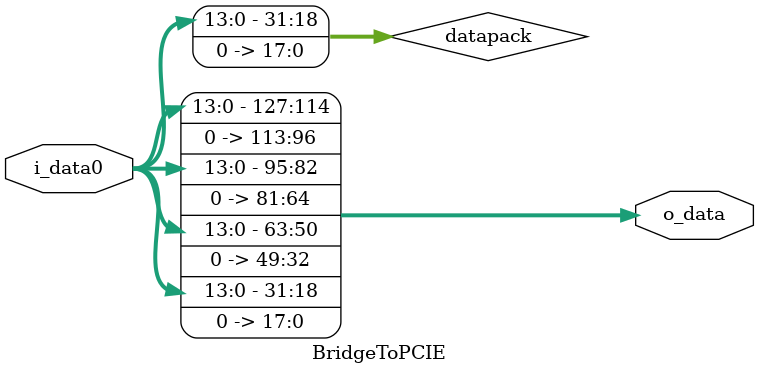
<source format=v>
`timescale 1ns / 1ps


module BridgeToPCIE#(
    parameter I_WIDTH = 14,
    parameter O_WIDTH = 128
    )(
    input [I_WIDTH-1:0]     i_data0,
    output [O_WIDTH-1:0]    o_data

    );
    wire    [31:0]  datapack;
    assign  datapack    =   {i_data0,18'd0};
    assign  o_data   =   {4{datapack}};

endmodule

</source>
